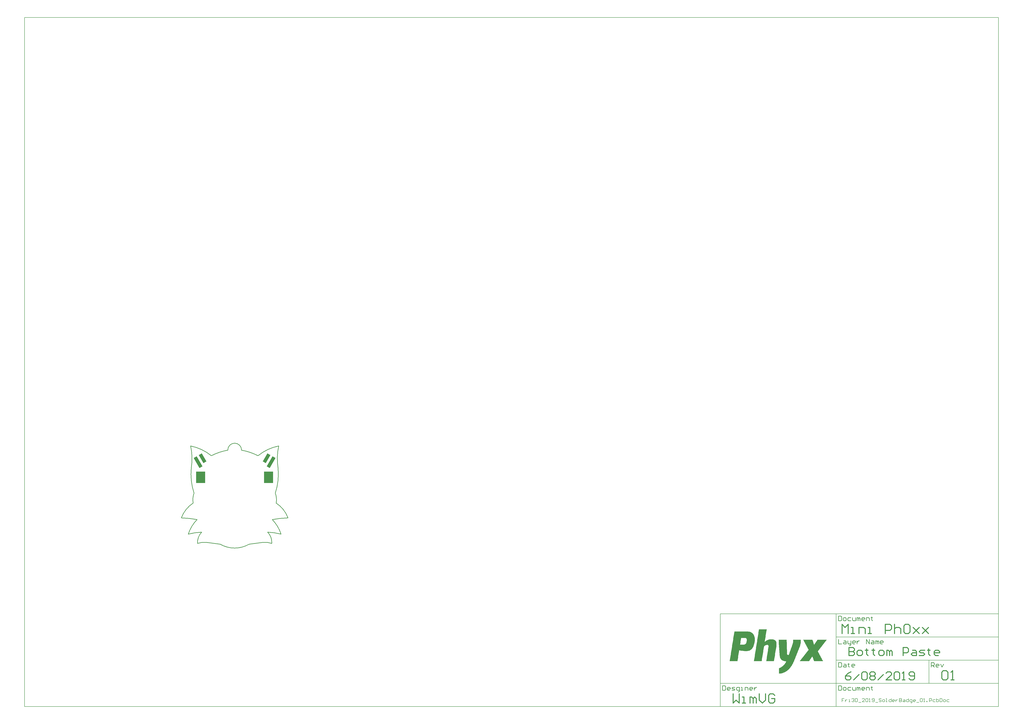
<source format=gbp>
G04*
G04 #@! TF.GenerationSoftware,Altium Limited,Altium Designer,18.1.11 (251)*
G04*
G04 Layer_Color=128*
%FSLAX25Y25*%
%MOIN*%
G70*
G01*
G75*
%ADD10C,0.00787*%
%ADD15C,0.00984*%
%ADD16C,0.01575*%
G04:AMPARAMS|DCode=31|XSize=59.06mil|YSize=157.48mil|CornerRadius=0mil|HoleSize=0mil|Usage=FLASHONLY|Rotation=30.000|XOffset=0mil|YOffset=0mil|HoleType=Round|Shape=Rectangle|*
%AMROTATEDRECTD31*
4,1,4,0.01380,-0.08296,-0.06494,0.05343,-0.01380,0.08296,0.06494,-0.05343,0.01380,-0.08296,0.0*
%
%ADD31ROTATEDRECTD31*%

G04:AMPARAMS|DCode=32|XSize=59.06mil|YSize=196.85mil|CornerRadius=0mil|HoleSize=0mil|Usage=FLASHONLY|Rotation=30.000|XOffset=0mil|YOffset=0mil|HoleType=Round|Shape=Rectangle|*
%AMROTATEDRECTD32*
4,1,4,0.02364,-0.10000,-0.07478,0.07048,-0.02364,0.10000,0.07478,-0.07048,0.02364,-0.10000,0.0*
%
%ADD32ROTATEDRECTD32*%

G04:AMPARAMS|DCode=33|XSize=59.06mil|YSize=196.85mil|CornerRadius=0mil|HoleSize=0mil|Usage=FLASHONLY|Rotation=150.000|XOffset=0mil|YOffset=0mil|HoleType=Round|Shape=Rectangle|*
%AMROTATEDRECTD33*
4,1,4,0.07478,0.07048,-0.02364,-0.10000,-0.07478,-0.07048,0.02364,0.10000,0.07478,0.07048,0.0*
%
%ADD33ROTATEDRECTD33*%

G04:AMPARAMS|DCode=34|XSize=59.06mil|YSize=157.48mil|CornerRadius=0mil|HoleSize=0mil|Usage=FLASHONLY|Rotation=150.000|XOffset=0mil|YOffset=0mil|HoleType=Round|Shape=Rectangle|*
%AMROTATEDRECTD34*
4,1,4,0.06494,0.05343,-0.01380,-0.08296,-0.06494,-0.05343,0.01380,0.08296,0.06494,0.05343,0.0*
%
%ADD34ROTATEDRECTD34*%

%ADD35R,0.15748X0.19685*%
G36*
X872201Y-141778D02*
X873919D01*
Y-142065D01*
X874778D01*
Y-142351D01*
X875637D01*
Y-142637D01*
X876496D01*
Y-142924D01*
X877069D01*
Y-143210D01*
X877355D01*
Y-143496D01*
X877928D01*
Y-143783D01*
X878214D01*
Y-144069D01*
X878786D01*
Y-144355D01*
X879073D01*
Y-144641D01*
X879359D01*
Y-144928D01*
X879646D01*
Y-145214D01*
X879932D01*
Y-145501D01*
X880218D01*
Y-145787D01*
X880504D01*
Y-146073D01*
Y-146359D01*
X880791D01*
Y-146646D01*
X881077D01*
Y-146932D01*
Y-147218D01*
X881363D01*
Y-147505D01*
X881650D01*
Y-147791D01*
Y-148077D01*
X881936D01*
Y-148364D01*
Y-148650D01*
Y-148936D01*
X882222D01*
Y-149223D01*
Y-149509D01*
Y-149795D01*
X882509D01*
Y-150082D01*
Y-150368D01*
Y-150654D01*
Y-150940D01*
X882795D01*
Y-151227D01*
Y-151513D01*
Y-151799D01*
Y-152086D01*
Y-152372D01*
X883081D01*
Y-152658D01*
Y-152945D01*
Y-153231D01*
Y-153517D01*
Y-153804D01*
Y-154090D01*
Y-154376D01*
Y-154663D01*
Y-154949D01*
Y-155235D01*
Y-155521D01*
Y-155808D01*
Y-156094D01*
Y-156380D01*
Y-156667D01*
Y-156953D01*
Y-157239D01*
Y-157526D01*
Y-157812D01*
Y-158098D01*
X882795D01*
Y-158385D01*
Y-158671D01*
Y-158957D01*
Y-159244D01*
Y-159530D01*
Y-159816D01*
Y-160102D01*
X882509D01*
Y-160389D01*
Y-160675D01*
Y-160961D01*
Y-161248D01*
Y-161534D01*
X882222D01*
Y-161820D01*
Y-162107D01*
Y-162393D01*
Y-162679D01*
Y-162966D01*
X881936D01*
Y-163252D01*
Y-163538D01*
Y-163824D01*
X881650D01*
Y-164111D01*
Y-164397D01*
Y-164683D01*
Y-164970D01*
X881363D01*
Y-165256D01*
Y-165542D01*
Y-165829D01*
X881077D01*
Y-166115D01*
Y-166401D01*
X880791D01*
Y-166688D01*
Y-166974D01*
Y-167260D01*
X880504D01*
Y-167547D01*
Y-167833D01*
X880218D01*
Y-168119D01*
Y-168405D01*
X879932D01*
Y-168692D01*
Y-168978D01*
X879646D01*
Y-169264D01*
X879359D01*
Y-169551D01*
Y-169837D01*
X879073D01*
Y-170123D01*
X878786D01*
Y-170410D01*
X878500D01*
Y-170696D01*
Y-170982D01*
X878214D01*
Y-171269D01*
X877928D01*
Y-171555D01*
X877641D01*
Y-171841D01*
X877355D01*
Y-172127D01*
X877069D01*
Y-172414D01*
X876496D01*
Y-172700D01*
X876210D01*
Y-172986D01*
X875637D01*
Y-173273D01*
X875351D01*
Y-173559D01*
X874778D01*
Y-173845D01*
X873919D01*
Y-174132D01*
X873060D01*
Y-174418D01*
X872201D01*
Y-174704D01*
X870483D01*
Y-174991D01*
X865330D01*
Y-174704D01*
X862753D01*
Y-174418D01*
X860749D01*
Y-174132D01*
X859317D01*
Y-173845D01*
X857886D01*
Y-173559D01*
X856454D01*
Y-173845D01*
Y-174132D01*
Y-174418D01*
Y-174704D01*
Y-174991D01*
Y-175277D01*
Y-175563D01*
X856168D01*
Y-175850D01*
Y-176136D01*
Y-176422D01*
Y-176709D01*
Y-176995D01*
Y-177281D01*
X855882D01*
Y-177568D01*
Y-177854D01*
Y-178140D01*
Y-178426D01*
Y-178713D01*
Y-178999D01*
X855595D01*
Y-179285D01*
Y-179572D01*
Y-179858D01*
Y-180144D01*
Y-180431D01*
Y-180717D01*
Y-181003D01*
X855309D01*
Y-181290D01*
Y-181576D01*
Y-181862D01*
Y-182149D01*
Y-182435D01*
Y-182721D01*
X855023D01*
Y-183007D01*
Y-183294D01*
Y-183580D01*
Y-183866D01*
Y-184153D01*
Y-184439D01*
X854736D01*
Y-184725D01*
Y-185012D01*
Y-185298D01*
Y-185584D01*
Y-185871D01*
Y-186157D01*
Y-186443D01*
X854450D01*
Y-186730D01*
Y-187016D01*
Y-187302D01*
Y-187588D01*
Y-187875D01*
Y-188161D01*
X854164D01*
Y-188447D01*
Y-188734D01*
Y-189020D01*
Y-189306D01*
Y-189593D01*
Y-189879D01*
X853877D01*
Y-190165D01*
Y-190452D01*
Y-190738D01*
Y-191024D01*
Y-191311D01*
Y-191597D01*
Y-191883D01*
X840421D01*
Y-191597D01*
X840707D01*
Y-191311D01*
Y-191024D01*
Y-190738D01*
Y-190452D01*
Y-190165D01*
X840993D01*
Y-189879D01*
Y-189593D01*
Y-189306D01*
Y-189020D01*
Y-188734D01*
Y-188447D01*
Y-188161D01*
X841280D01*
Y-187875D01*
Y-187588D01*
Y-187302D01*
Y-187016D01*
Y-186730D01*
Y-186443D01*
X841566D01*
Y-186157D01*
Y-185871D01*
Y-185584D01*
Y-185298D01*
Y-185012D01*
Y-184725D01*
X841852D01*
Y-184439D01*
Y-184153D01*
Y-183866D01*
Y-183580D01*
Y-183294D01*
Y-183007D01*
Y-182721D01*
X842138D01*
Y-182435D01*
Y-182149D01*
Y-181862D01*
Y-181576D01*
Y-181290D01*
Y-181003D01*
X842425D01*
Y-180717D01*
Y-180431D01*
Y-180144D01*
Y-179858D01*
Y-179572D01*
Y-179285D01*
X842711D01*
Y-178999D01*
Y-178713D01*
Y-178426D01*
Y-178140D01*
Y-177854D01*
Y-177568D01*
X842997D01*
Y-177281D01*
Y-176995D01*
Y-176709D01*
Y-176422D01*
Y-176136D01*
Y-175850D01*
Y-175563D01*
X843284D01*
Y-175277D01*
Y-174991D01*
Y-174704D01*
Y-174418D01*
Y-174132D01*
Y-173845D01*
X843570D01*
Y-173559D01*
Y-173273D01*
Y-172986D01*
Y-172700D01*
Y-172414D01*
Y-172127D01*
X843856D01*
Y-171841D01*
Y-171555D01*
Y-171269D01*
Y-170982D01*
Y-170696D01*
Y-170410D01*
X844143D01*
Y-170123D01*
Y-169837D01*
Y-169551D01*
Y-169264D01*
Y-168978D01*
Y-168692D01*
Y-168405D01*
X844429D01*
Y-168119D01*
Y-167833D01*
Y-167547D01*
Y-167260D01*
Y-166974D01*
Y-166688D01*
X844715D01*
Y-166401D01*
Y-166115D01*
Y-165829D01*
Y-165542D01*
Y-165256D01*
Y-164970D01*
X845002D01*
Y-164683D01*
Y-164397D01*
Y-164111D01*
Y-163824D01*
Y-163538D01*
Y-163252D01*
Y-162966D01*
X845288D01*
Y-162679D01*
Y-162393D01*
Y-162107D01*
Y-161820D01*
Y-161534D01*
Y-161248D01*
X845574D01*
Y-160961D01*
Y-160675D01*
Y-160389D01*
Y-160102D01*
Y-159816D01*
Y-159530D01*
X845861D01*
Y-159244D01*
Y-158957D01*
Y-158671D01*
Y-158385D01*
Y-158098D01*
Y-157812D01*
X846147D01*
Y-157526D01*
Y-157239D01*
Y-156953D01*
Y-156667D01*
Y-156380D01*
Y-156094D01*
Y-155808D01*
X846433D01*
Y-155521D01*
Y-155235D01*
Y-154949D01*
Y-154663D01*
Y-154376D01*
Y-154090D01*
X846719D01*
Y-153804D01*
Y-153517D01*
Y-153231D01*
Y-152945D01*
Y-152658D01*
Y-152372D01*
X847006D01*
Y-152086D01*
Y-151799D01*
Y-151513D01*
Y-151227D01*
Y-150940D01*
Y-150654D01*
Y-150368D01*
X847292D01*
Y-150082D01*
Y-149795D01*
Y-149509D01*
Y-149223D01*
Y-148936D01*
Y-148650D01*
X847578D01*
Y-148364D01*
Y-148077D01*
Y-147791D01*
Y-147505D01*
Y-147218D01*
Y-146932D01*
X847865D01*
Y-146646D01*
Y-146359D01*
Y-146073D01*
Y-145787D01*
Y-145501D01*
Y-145214D01*
Y-144928D01*
X848151D01*
Y-144641D01*
Y-144355D01*
Y-144069D01*
Y-143783D01*
Y-143496D01*
Y-143210D01*
X848437D01*
Y-142924D01*
Y-142637D01*
Y-142351D01*
Y-142065D01*
Y-141778D01*
Y-141492D01*
X872201D01*
Y-141778D01*
D02*
G37*
G36*
X903409Y-138343D02*
Y-138629D01*
X903123D01*
Y-138915D01*
Y-139202D01*
Y-139488D01*
Y-139774D01*
Y-140060D01*
Y-140347D01*
X902837D01*
Y-140633D01*
Y-140919D01*
Y-141206D01*
Y-141492D01*
Y-141778D01*
Y-142065D01*
X902551D01*
Y-142351D01*
Y-142637D01*
Y-142924D01*
Y-143210D01*
Y-143496D01*
Y-143783D01*
Y-144069D01*
X902264D01*
Y-144355D01*
Y-144641D01*
Y-144928D01*
Y-145214D01*
Y-145501D01*
Y-145787D01*
X901978D01*
Y-146073D01*
Y-146359D01*
Y-146646D01*
Y-146932D01*
Y-147218D01*
Y-147505D01*
X901692D01*
Y-147791D01*
Y-148077D01*
Y-148364D01*
Y-148650D01*
Y-148936D01*
Y-149223D01*
Y-149509D01*
X901405D01*
Y-149795D01*
Y-150082D01*
Y-150368D01*
Y-150654D01*
Y-150940D01*
Y-151227D01*
X901119D01*
Y-151513D01*
Y-151799D01*
Y-152086D01*
Y-152372D01*
Y-152658D01*
Y-152945D01*
X900833D01*
Y-153231D01*
Y-153517D01*
Y-153804D01*
Y-154090D01*
Y-154376D01*
Y-154663D01*
X900546D01*
Y-154949D01*
Y-155235D01*
Y-155521D01*
Y-155808D01*
Y-156094D01*
Y-156380D01*
Y-156667D01*
X900260D01*
Y-156953D01*
Y-157239D01*
Y-157526D01*
Y-157812D01*
Y-158098D01*
Y-158385D01*
X899974D01*
Y-158671D01*
Y-158957D01*
X900546D01*
Y-158671D01*
X900833D01*
Y-158385D01*
X901119D01*
Y-158098D01*
X901692D01*
Y-157812D01*
X901978D01*
Y-157526D01*
X902264D01*
Y-157239D01*
X902837D01*
Y-156953D01*
X903409D01*
Y-156667D01*
X903696D01*
Y-156380D01*
X904268D01*
Y-156094D01*
X905127D01*
Y-155808D01*
X905700D01*
Y-155521D01*
X906559D01*
Y-155235D01*
X907990D01*
Y-154949D01*
X914289D01*
Y-155235D01*
X915435D01*
Y-155521D01*
X916294D01*
Y-155808D01*
X916866D01*
Y-156094D01*
X917153D01*
Y-156380D01*
X917725D01*
Y-156667D01*
X918011D01*
Y-156953D01*
X918298D01*
Y-157239D01*
X918584D01*
Y-157526D01*
X918870D01*
Y-157812D01*
Y-158098D01*
X919157D01*
Y-158385D01*
Y-158671D01*
X919443D01*
Y-158957D01*
Y-159244D01*
Y-159530D01*
X919729D01*
Y-159816D01*
Y-160102D01*
Y-160389D01*
Y-160675D01*
X920016D01*
Y-160961D01*
Y-161248D01*
Y-161534D01*
Y-161820D01*
Y-162107D01*
Y-162393D01*
Y-162679D01*
Y-162966D01*
Y-163252D01*
Y-163538D01*
Y-163824D01*
Y-164111D01*
Y-164397D01*
Y-164683D01*
Y-164970D01*
Y-165256D01*
Y-165542D01*
Y-165829D01*
X919729D01*
Y-166115D01*
Y-166401D01*
Y-166688D01*
Y-166974D01*
Y-167260D01*
Y-167547D01*
Y-167833D01*
X919443D01*
Y-168119D01*
Y-168405D01*
Y-168692D01*
Y-168978D01*
Y-169264D01*
Y-169551D01*
Y-169837D01*
X919157D01*
Y-170123D01*
Y-170410D01*
Y-170696D01*
Y-170982D01*
Y-171269D01*
Y-171555D01*
X918870D01*
Y-171841D01*
Y-172127D01*
Y-172414D01*
Y-172700D01*
Y-172986D01*
Y-173273D01*
X918584D01*
Y-173559D01*
Y-173845D01*
Y-174132D01*
Y-174418D01*
Y-174704D01*
Y-174991D01*
X918298D01*
Y-175277D01*
Y-175563D01*
Y-175850D01*
Y-176136D01*
Y-176422D01*
Y-176709D01*
Y-176995D01*
X918011D01*
Y-177281D01*
Y-177568D01*
Y-177854D01*
Y-178140D01*
Y-178426D01*
Y-178713D01*
X917725D01*
Y-178999D01*
Y-179285D01*
Y-179572D01*
Y-179858D01*
Y-180144D01*
Y-180431D01*
X917439D01*
Y-180717D01*
Y-181003D01*
Y-181290D01*
Y-181576D01*
Y-181862D01*
Y-182149D01*
Y-182435D01*
X917153D01*
Y-182721D01*
Y-183007D01*
Y-183294D01*
Y-183580D01*
Y-183866D01*
Y-184153D01*
X916866D01*
Y-184439D01*
Y-184725D01*
Y-185012D01*
Y-185298D01*
Y-185584D01*
Y-185871D01*
X916580D01*
Y-186157D01*
Y-186443D01*
Y-186730D01*
Y-187016D01*
Y-187302D01*
Y-187588D01*
X916294D01*
Y-187875D01*
Y-188161D01*
Y-188447D01*
Y-188734D01*
Y-189020D01*
Y-189306D01*
Y-189593D01*
X916007D01*
Y-189879D01*
Y-190165D01*
Y-190452D01*
Y-190738D01*
Y-191024D01*
Y-191311D01*
X915721D01*
Y-191597D01*
Y-191883D01*
X902551D01*
Y-191597D01*
Y-191311D01*
X902837D01*
Y-191024D01*
Y-190738D01*
Y-190452D01*
Y-190165D01*
Y-189879D01*
Y-189593D01*
X903123D01*
Y-189306D01*
Y-189020D01*
Y-188734D01*
Y-188447D01*
Y-188161D01*
Y-187875D01*
Y-187588D01*
X903409D01*
Y-187302D01*
Y-187016D01*
Y-186730D01*
Y-186443D01*
Y-186157D01*
Y-185871D01*
X903696D01*
Y-185584D01*
Y-185298D01*
Y-185012D01*
Y-184725D01*
Y-184439D01*
Y-184153D01*
X903982D01*
Y-183866D01*
Y-183580D01*
Y-183294D01*
Y-183007D01*
Y-182721D01*
Y-182435D01*
Y-182149D01*
X904268D01*
Y-181862D01*
Y-181576D01*
Y-181290D01*
Y-181003D01*
Y-180717D01*
Y-180431D01*
X904555D01*
Y-180144D01*
Y-179858D01*
Y-179572D01*
Y-179285D01*
Y-178999D01*
Y-178713D01*
Y-178426D01*
X904841D01*
Y-178140D01*
Y-177854D01*
Y-177568D01*
Y-177281D01*
Y-176995D01*
Y-176709D01*
X905127D01*
Y-176422D01*
Y-176136D01*
Y-175850D01*
Y-175563D01*
Y-175277D01*
Y-174991D01*
X905414D01*
Y-174704D01*
Y-174418D01*
Y-174132D01*
Y-173845D01*
Y-173559D01*
Y-173273D01*
X905700D01*
Y-172986D01*
Y-172700D01*
Y-172414D01*
Y-172127D01*
Y-171841D01*
Y-171555D01*
Y-171269D01*
X905986D01*
Y-170982D01*
Y-170696D01*
Y-170410D01*
Y-170123D01*
Y-169837D01*
Y-169551D01*
X906273D01*
Y-169264D01*
Y-168978D01*
Y-168692D01*
Y-168405D01*
Y-168119D01*
Y-167833D01*
Y-167547D01*
X906559D01*
Y-167260D01*
Y-166974D01*
Y-166688D01*
Y-166401D01*
Y-166115D01*
Y-165829D01*
X906273D01*
Y-165542D01*
Y-165256D01*
X905986D01*
Y-164970D01*
X905700D01*
Y-164683D01*
X905127D01*
Y-164397D01*
X903409D01*
Y-164683D01*
X901978D01*
Y-164970D01*
X901119D01*
Y-165256D01*
X900546D01*
Y-165542D01*
X900260D01*
Y-165829D01*
X899687D01*
Y-166115D01*
X899401D01*
Y-166401D01*
X899115D01*
Y-166688D01*
Y-166974D01*
X898828D01*
Y-167260D01*
Y-167547D01*
Y-167833D01*
X898542D01*
Y-168119D01*
Y-168405D01*
Y-168692D01*
Y-168978D01*
Y-169264D01*
Y-169551D01*
X898256D01*
Y-169837D01*
Y-170123D01*
Y-170410D01*
Y-170696D01*
Y-170982D01*
Y-171269D01*
Y-171555D01*
X897970D01*
Y-171841D01*
Y-172127D01*
Y-172414D01*
Y-172700D01*
Y-172986D01*
Y-173273D01*
X897683D01*
Y-173559D01*
Y-173845D01*
Y-174132D01*
Y-174418D01*
Y-174704D01*
Y-174991D01*
X897397D01*
Y-175277D01*
Y-175563D01*
Y-175850D01*
Y-176136D01*
Y-176422D01*
Y-176709D01*
X897111D01*
Y-176995D01*
Y-177281D01*
Y-177568D01*
Y-177854D01*
Y-178140D01*
Y-178426D01*
Y-178713D01*
X896824D01*
Y-178999D01*
Y-179285D01*
Y-179572D01*
Y-179858D01*
Y-180144D01*
Y-180431D01*
X896538D01*
Y-180717D01*
Y-181003D01*
Y-181290D01*
Y-181576D01*
Y-181862D01*
Y-182149D01*
X896252D01*
Y-182435D01*
Y-182721D01*
Y-183007D01*
Y-183294D01*
Y-183580D01*
Y-183866D01*
Y-184153D01*
X895965D01*
Y-184439D01*
Y-184725D01*
Y-185012D01*
Y-185298D01*
Y-185584D01*
Y-185871D01*
X895679D01*
Y-186157D01*
Y-186443D01*
Y-186730D01*
Y-187016D01*
Y-187302D01*
Y-187588D01*
X895393D01*
Y-187875D01*
Y-188161D01*
Y-188447D01*
Y-188734D01*
Y-189020D01*
Y-189306D01*
X895106D01*
Y-189593D01*
Y-189879D01*
Y-190165D01*
Y-190452D01*
Y-190738D01*
Y-191024D01*
Y-191311D01*
X894820D01*
Y-191597D01*
Y-191883D01*
X881650D01*
Y-191597D01*
Y-191311D01*
X881936D01*
Y-191024D01*
Y-190738D01*
Y-190452D01*
Y-190165D01*
Y-189879D01*
Y-189593D01*
Y-189306D01*
X882222D01*
Y-189020D01*
Y-188734D01*
Y-188447D01*
Y-188161D01*
Y-187875D01*
Y-187588D01*
X882509D01*
Y-187302D01*
Y-187016D01*
Y-186730D01*
Y-186443D01*
Y-186157D01*
Y-185871D01*
X882795D01*
Y-185584D01*
Y-185298D01*
Y-185012D01*
Y-184725D01*
Y-184439D01*
Y-184153D01*
Y-183866D01*
X883081D01*
Y-183580D01*
Y-183294D01*
Y-183007D01*
Y-182721D01*
Y-182435D01*
Y-182149D01*
X883368D01*
Y-181862D01*
Y-181576D01*
Y-181290D01*
Y-181003D01*
Y-180717D01*
Y-180431D01*
X883654D01*
Y-180144D01*
Y-179858D01*
Y-179572D01*
Y-179285D01*
Y-178999D01*
Y-178713D01*
X883940D01*
Y-178426D01*
Y-178140D01*
Y-177854D01*
Y-177568D01*
Y-177281D01*
Y-176995D01*
Y-176709D01*
X884227D01*
Y-176422D01*
Y-176136D01*
Y-175850D01*
Y-175563D01*
Y-175277D01*
Y-174991D01*
X884513D01*
Y-174704D01*
Y-174418D01*
Y-174132D01*
Y-173845D01*
Y-173559D01*
Y-173273D01*
X884799D01*
Y-172986D01*
Y-172700D01*
Y-172414D01*
Y-172127D01*
Y-171841D01*
Y-171555D01*
Y-171269D01*
X885085D01*
Y-170982D01*
Y-170696D01*
Y-170410D01*
Y-170123D01*
Y-169837D01*
Y-169551D01*
X885372D01*
Y-169264D01*
Y-168978D01*
Y-168692D01*
Y-168405D01*
Y-168119D01*
Y-167833D01*
X885658D01*
Y-167547D01*
Y-167260D01*
Y-166974D01*
Y-166688D01*
Y-166401D01*
Y-166115D01*
X885944D01*
Y-165829D01*
Y-165542D01*
Y-165256D01*
Y-164970D01*
Y-164683D01*
Y-164397D01*
Y-164111D01*
X886231D01*
Y-163824D01*
Y-163538D01*
Y-163252D01*
Y-162966D01*
Y-162679D01*
Y-162393D01*
X886517D01*
Y-162107D01*
Y-161820D01*
Y-161534D01*
Y-161248D01*
Y-160961D01*
Y-160675D01*
X886803D01*
Y-160389D01*
Y-160102D01*
Y-159816D01*
Y-159530D01*
Y-159244D01*
Y-158957D01*
X887090D01*
Y-158671D01*
Y-158385D01*
Y-158098D01*
Y-157812D01*
Y-157526D01*
Y-157239D01*
Y-156953D01*
X887376D01*
Y-156667D01*
Y-156380D01*
Y-156094D01*
Y-155808D01*
Y-155521D01*
Y-155235D01*
X887662D01*
Y-154949D01*
Y-154663D01*
Y-154376D01*
Y-154090D01*
Y-153804D01*
Y-153517D01*
X887949D01*
Y-153231D01*
Y-152945D01*
Y-152658D01*
Y-152372D01*
Y-152086D01*
Y-151799D01*
Y-151513D01*
X888235D01*
Y-151227D01*
Y-150940D01*
Y-150654D01*
Y-150368D01*
Y-150082D01*
Y-149795D01*
X888521D01*
Y-149509D01*
Y-149223D01*
Y-148936D01*
Y-148650D01*
Y-148364D01*
Y-148077D01*
X888807D01*
Y-147791D01*
Y-147505D01*
Y-147218D01*
Y-146932D01*
Y-146646D01*
Y-146359D01*
X889094D01*
Y-146073D01*
Y-145787D01*
Y-145501D01*
Y-145214D01*
Y-144928D01*
Y-144641D01*
Y-144355D01*
X889380D01*
Y-144069D01*
Y-143783D01*
Y-143496D01*
Y-143210D01*
Y-142924D01*
Y-142637D01*
X889666D01*
Y-142351D01*
Y-142065D01*
Y-141778D01*
Y-141492D01*
Y-141206D01*
Y-140919D01*
X889953D01*
Y-140633D01*
Y-140347D01*
Y-140060D01*
Y-139774D01*
Y-139488D01*
Y-139202D01*
Y-138915D01*
X890239D01*
Y-138629D01*
Y-138343D01*
Y-138056D01*
X903409D01*
Y-138343D01*
D02*
G37*
G36*
X1005337Y-155808D02*
X1005050D01*
Y-156094D01*
X1004764D01*
Y-156380D01*
Y-156667D01*
X1004478D01*
Y-156953D01*
X1004192D01*
Y-157239D01*
X1003905D01*
Y-157526D01*
Y-157812D01*
X1003619D01*
Y-158098D01*
X1003333D01*
Y-158385D01*
X1003046D01*
Y-158671D01*
X1002760D01*
Y-158957D01*
Y-159244D01*
X1002474D01*
Y-159530D01*
X1002187D01*
Y-159816D01*
X1001901D01*
Y-160102D01*
Y-160389D01*
X1001615D01*
Y-160675D01*
X1001328D01*
Y-160961D01*
X1001042D01*
Y-161248D01*
X1000756D01*
Y-161534D01*
Y-161820D01*
X1000469D01*
Y-162107D01*
X1000183D01*
Y-162393D01*
X999897D01*
Y-162679D01*
Y-162966D01*
X999611D01*
Y-163252D01*
X999324D01*
Y-163538D01*
X999038D01*
Y-163824D01*
Y-164111D01*
X998752D01*
Y-164397D01*
X998465D01*
Y-164683D01*
X998179D01*
Y-164970D01*
X997893D01*
Y-165256D01*
Y-165542D01*
X997606D01*
Y-165829D01*
X997320D01*
Y-166115D01*
X997034D01*
Y-166401D01*
Y-166688D01*
X996747D01*
Y-166974D01*
X996461D01*
Y-167260D01*
X996175D01*
Y-167547D01*
Y-167833D01*
X995889D01*
Y-168119D01*
X995602D01*
Y-168405D01*
X995316D01*
Y-168692D01*
X995030D01*
Y-168978D01*
Y-169264D01*
X994743D01*
Y-169551D01*
X994457D01*
Y-169837D01*
X994171D01*
Y-170123D01*
Y-170410D01*
X993884D01*
Y-170696D01*
X993598D01*
Y-170982D01*
X993312D01*
Y-171269D01*
Y-171555D01*
X993025D01*
Y-171841D01*
X992739D01*
Y-172127D01*
X992453D01*
Y-172414D01*
X992166D01*
Y-172700D01*
Y-172986D01*
X991880D01*
Y-173273D01*
X991594D01*
Y-173559D01*
X991308D01*
Y-173845D01*
Y-174132D01*
X991021D01*
Y-174418D01*
X990735D01*
Y-174704D01*
X990449D01*
Y-174991D01*
X990162D01*
Y-175277D01*
Y-175563D01*
X990449D01*
Y-175850D01*
Y-176136D01*
X990735D01*
Y-176422D01*
Y-176709D01*
X991021D01*
Y-176995D01*
X991308D01*
Y-177281D01*
Y-177568D01*
X991594D01*
Y-177854D01*
Y-178140D01*
X991880D01*
Y-178426D01*
Y-178713D01*
X992166D01*
Y-178999D01*
Y-179285D01*
X992453D01*
Y-179572D01*
Y-179858D01*
X992739D01*
Y-180144D01*
Y-180431D01*
X993025D01*
Y-180717D01*
Y-181003D01*
X993312D01*
Y-181290D01*
Y-181576D01*
X993598D01*
Y-181862D01*
X993884D01*
Y-182149D01*
Y-182435D01*
X994171D01*
Y-182721D01*
Y-183007D01*
X994457D01*
Y-183294D01*
Y-183580D01*
X994743D01*
Y-183866D01*
Y-184153D01*
X995030D01*
Y-184439D01*
Y-184725D01*
X995316D01*
Y-185012D01*
Y-185298D01*
X995602D01*
Y-185584D01*
Y-185871D01*
X995889D01*
Y-186157D01*
X996175D01*
Y-186443D01*
Y-186730D01*
X996461D01*
Y-187016D01*
Y-187302D01*
X996747D01*
Y-187588D01*
Y-187875D01*
X997034D01*
Y-188161D01*
Y-188447D01*
X997320D01*
Y-188734D01*
Y-189020D01*
X997606D01*
Y-189306D01*
Y-189593D01*
X997893D01*
Y-189879D01*
Y-190165D01*
X998179D01*
Y-190452D01*
X998465D01*
Y-190738D01*
Y-191024D01*
X998752D01*
Y-191311D01*
Y-191597D01*
X999038D01*
Y-191883D01*
X983863D01*
Y-191597D01*
X983577D01*
Y-191311D01*
Y-191024D01*
Y-190738D01*
X983291D01*
Y-190452D01*
Y-190165D01*
Y-189879D01*
X983004D01*
Y-189593D01*
Y-189306D01*
X982718D01*
Y-189020D01*
Y-188734D01*
Y-188447D01*
X982432D01*
Y-188161D01*
Y-187875D01*
Y-187588D01*
X982146D01*
Y-187302D01*
Y-187016D01*
X981859D01*
Y-186730D01*
Y-186443D01*
Y-186157D01*
X981573D01*
Y-185871D01*
Y-185584D01*
Y-185298D01*
X981287D01*
Y-185012D01*
Y-184725D01*
Y-184439D01*
X981000D01*
Y-184153D01*
X980428D01*
Y-184439D01*
Y-184725D01*
X980141D01*
Y-185012D01*
X979855D01*
Y-185298D01*
Y-185584D01*
X979569D01*
Y-185871D01*
X979282D01*
Y-186157D01*
Y-186443D01*
X978996D01*
Y-186730D01*
X978710D01*
Y-187016D01*
Y-187302D01*
X978423D01*
Y-187588D01*
X978137D01*
Y-187875D01*
X977851D01*
Y-188161D01*
Y-188447D01*
X977565D01*
Y-188734D01*
X977278D01*
Y-189020D01*
Y-189306D01*
X976992D01*
Y-189593D01*
X976705D01*
Y-189879D01*
Y-190165D01*
X976419D01*
Y-190452D01*
X976133D01*
Y-190738D01*
Y-191024D01*
X975847D01*
Y-191311D01*
X975560D01*
Y-191597D01*
Y-191883D01*
X959527D01*
Y-191597D01*
X959813D01*
Y-191311D01*
X960099D01*
Y-191024D01*
X960386D01*
Y-190738D01*
X960672D01*
Y-190452D01*
Y-190165D01*
X960958D01*
Y-189879D01*
X961245D01*
Y-189593D01*
X961531D01*
Y-189306D01*
X961817D01*
Y-189020D01*
Y-188734D01*
X962104D01*
Y-188447D01*
X962390D01*
Y-188161D01*
X962676D01*
Y-187875D01*
Y-187588D01*
X962963D01*
Y-187302D01*
X963249D01*
Y-187016D01*
X963535D01*
Y-186730D01*
X963822D01*
Y-186443D01*
Y-186157D01*
X964108D01*
Y-185871D01*
X964394D01*
Y-185584D01*
X964680D01*
Y-185298D01*
X964967D01*
Y-185012D01*
Y-184725D01*
X965253D01*
Y-184439D01*
X965539D01*
Y-184153D01*
X965826D01*
Y-183866D01*
Y-183580D01*
X966112D01*
Y-183294D01*
X966398D01*
Y-183007D01*
X966685D01*
Y-182721D01*
X966971D01*
Y-182435D01*
Y-182149D01*
X967257D01*
Y-181862D01*
X967544D01*
Y-181576D01*
X967830D01*
Y-181290D01*
Y-181003D01*
X968116D01*
Y-180717D01*
X968402D01*
Y-180431D01*
X968689D01*
Y-180144D01*
X968975D01*
Y-179858D01*
Y-179572D01*
X969261D01*
Y-179285D01*
X969548D01*
Y-178999D01*
X969834D01*
Y-178713D01*
Y-178426D01*
X970120D01*
Y-178140D01*
X970407D01*
Y-177854D01*
X970693D01*
Y-177568D01*
X970979D01*
Y-177281D01*
Y-176995D01*
X971266D01*
Y-176709D01*
X971552D01*
Y-176422D01*
X971838D01*
Y-176136D01*
X972124D01*
Y-175850D01*
Y-175563D01*
X972411D01*
Y-175277D01*
X972697D01*
Y-174991D01*
X972983D01*
Y-174704D01*
Y-174418D01*
X973270D01*
Y-174132D01*
X973556D01*
Y-173845D01*
X973842D01*
Y-173559D01*
X974129D01*
Y-173273D01*
Y-172986D01*
X974415D01*
Y-172700D01*
Y-172414D01*
Y-172127D01*
X974129D01*
Y-171841D01*
X973842D01*
Y-171555D01*
Y-171269D01*
X973556D01*
Y-170982D01*
Y-170696D01*
X973270D01*
Y-170410D01*
Y-170123D01*
X972983D01*
Y-169837D01*
Y-169551D01*
X972697D01*
Y-169264D01*
Y-168978D01*
X972411D01*
Y-168692D01*
Y-168405D01*
X972124D01*
Y-168119D01*
X971838D01*
Y-167833D01*
Y-167547D01*
X971552D01*
Y-167260D01*
Y-166974D01*
X971266D01*
Y-166688D01*
Y-166401D01*
X970979D01*
Y-166115D01*
Y-165829D01*
X970693D01*
Y-165542D01*
Y-165256D01*
X970407D01*
Y-164970D01*
Y-164683D01*
X970120D01*
Y-164397D01*
X969834D01*
Y-164111D01*
Y-163824D01*
X969548D01*
Y-163538D01*
Y-163252D01*
X969261D01*
Y-162966D01*
Y-162679D01*
X968975D01*
Y-162393D01*
Y-162107D01*
X968689D01*
Y-161820D01*
Y-161534D01*
X968402D01*
Y-161248D01*
Y-160961D01*
X968116D01*
Y-160675D01*
Y-160389D01*
X967830D01*
Y-160102D01*
X967544D01*
Y-159816D01*
Y-159530D01*
X967257D01*
Y-159244D01*
Y-158957D01*
X966971D01*
Y-158671D01*
Y-158385D01*
X966685D01*
Y-158098D01*
Y-157812D01*
X966398D01*
Y-157526D01*
Y-157239D01*
X966112D01*
Y-156953D01*
Y-156667D01*
X965826D01*
Y-156380D01*
X965539D01*
Y-156094D01*
Y-155808D01*
X965253D01*
Y-155521D01*
X981000D01*
Y-155808D01*
X981287D01*
Y-156094D01*
Y-156380D01*
Y-156667D01*
X981573D01*
Y-156953D01*
Y-157239D01*
Y-157526D01*
X981859D01*
Y-157812D01*
Y-158098D01*
Y-158385D01*
X982146D01*
Y-158671D01*
Y-158957D01*
Y-159244D01*
X982432D01*
Y-159530D01*
Y-159816D01*
Y-160102D01*
X982718D01*
Y-160389D01*
Y-160675D01*
Y-160961D01*
X983004D01*
Y-161248D01*
Y-161534D01*
Y-161820D01*
X983291D01*
Y-162107D01*
Y-162393D01*
Y-162679D01*
X983577D01*
Y-162966D01*
Y-163252D01*
Y-163538D01*
Y-163824D01*
X984150D01*
Y-163538D01*
X984436D01*
Y-163252D01*
X984722D01*
Y-162966D01*
Y-162679D01*
X985009D01*
Y-162393D01*
X985295D01*
Y-162107D01*
Y-161820D01*
X985581D01*
Y-161534D01*
X985868D01*
Y-161248D01*
Y-160961D01*
X986154D01*
Y-160675D01*
X986440D01*
Y-160389D01*
Y-160102D01*
X986726D01*
Y-159816D01*
X987013D01*
Y-159530D01*
Y-159244D01*
X987299D01*
Y-158957D01*
X987585D01*
Y-158671D01*
Y-158385D01*
X987872D01*
Y-158098D01*
X988158D01*
Y-157812D01*
Y-157526D01*
X988444D01*
Y-157239D01*
X988731D01*
Y-156953D01*
Y-156667D01*
X989017D01*
Y-156380D01*
X989303D01*
Y-156094D01*
Y-155808D01*
X989590D01*
Y-155521D01*
X1005337D01*
Y-155808D01*
D02*
G37*
G36*
X961245D02*
Y-156094D01*
Y-156380D01*
Y-156667D01*
Y-156953D01*
Y-157239D01*
Y-157526D01*
Y-157812D01*
Y-158098D01*
Y-158385D01*
Y-158671D01*
Y-158957D01*
Y-159244D01*
Y-159530D01*
Y-159816D01*
Y-160102D01*
Y-160389D01*
Y-160675D01*
Y-160961D01*
Y-161248D01*
Y-161534D01*
X960958D01*
Y-161820D01*
Y-162107D01*
Y-162393D01*
Y-162679D01*
Y-162966D01*
X960672D01*
Y-163252D01*
Y-163538D01*
Y-163824D01*
Y-164111D01*
X960386D01*
Y-164397D01*
Y-164683D01*
Y-164970D01*
Y-165256D01*
X960099D01*
Y-165542D01*
Y-165829D01*
Y-166115D01*
X959813D01*
Y-166401D01*
Y-166688D01*
Y-166974D01*
X959527D01*
Y-167260D01*
Y-167547D01*
Y-167833D01*
X959241D01*
Y-168119D01*
Y-168405D01*
Y-168692D01*
X958954D01*
Y-168978D01*
Y-169264D01*
X958668D01*
Y-169551D01*
Y-169837D01*
X958381D01*
Y-170123D01*
Y-170410D01*
Y-170696D01*
X958095D01*
Y-170982D01*
Y-171269D01*
X957809D01*
Y-171555D01*
Y-171841D01*
Y-172127D01*
X957523D01*
Y-172414D01*
Y-172700D01*
X957236D01*
Y-172986D01*
Y-173273D01*
Y-173559D01*
X956950D01*
Y-173845D01*
Y-174132D01*
X956664D01*
Y-174418D01*
Y-174704D01*
Y-174991D01*
X956377D01*
Y-175277D01*
Y-175563D01*
X956091D01*
Y-175850D01*
Y-176136D01*
Y-176422D01*
X955805D01*
Y-176709D01*
Y-176995D01*
X955518D01*
Y-177281D01*
Y-177568D01*
Y-177854D01*
X955232D01*
Y-178140D01*
Y-178426D01*
X954946D01*
Y-178713D01*
Y-178999D01*
Y-179285D01*
X954659D01*
Y-179572D01*
Y-179858D01*
X954373D01*
Y-180144D01*
Y-180431D01*
Y-180717D01*
X954087D01*
Y-181003D01*
Y-181290D01*
X953800D01*
Y-181576D01*
Y-181862D01*
Y-182149D01*
X953514D01*
Y-182435D01*
Y-182721D01*
X953228D01*
Y-183007D01*
Y-183294D01*
Y-183580D01*
X952942D01*
Y-183866D01*
Y-184153D01*
X952655D01*
Y-184439D01*
Y-184725D01*
Y-185012D01*
X952369D01*
Y-185298D01*
Y-185584D01*
X952083D01*
Y-185871D01*
Y-186157D01*
Y-186443D01*
X951796D01*
Y-186730D01*
Y-187016D01*
X951510D01*
Y-187302D01*
Y-187588D01*
Y-187875D01*
X951224D01*
Y-188161D01*
Y-188447D01*
X950937D01*
Y-188734D01*
Y-189020D01*
Y-189306D01*
X950651D01*
Y-189593D01*
Y-189879D01*
X950365D01*
Y-190165D01*
Y-190452D01*
Y-190738D01*
X950078D01*
Y-191024D01*
Y-191311D01*
X949792D01*
Y-191597D01*
Y-191883D01*
Y-192169D01*
X949506D01*
Y-192456D01*
Y-192742D01*
X949220D01*
Y-193028D01*
Y-193315D01*
X948933D01*
Y-193601D01*
Y-193887D01*
X948647D01*
Y-194174D01*
Y-194460D01*
Y-194746D01*
X948361D01*
Y-195033D01*
X948074D01*
Y-195319D01*
Y-195605D01*
Y-195891D01*
X947788D01*
Y-196178D01*
X947502D01*
Y-196464D01*
Y-196750D01*
X947215D01*
Y-197037D01*
Y-197323D01*
X946929D01*
Y-197609D01*
Y-197896D01*
X946643D01*
Y-198182D01*
Y-198468D01*
X946356D01*
Y-198755D01*
X946070D01*
Y-199041D01*
Y-199327D01*
X945784D01*
Y-199614D01*
Y-199900D01*
X945497D01*
Y-200186D01*
X945211D01*
Y-200472D01*
X944925D01*
Y-200759D01*
Y-201045D01*
X944639D01*
Y-201331D01*
X944352D01*
Y-201618D01*
Y-201904D01*
X944066D01*
Y-202190D01*
X943780D01*
Y-202477D01*
X943493D01*
Y-202763D01*
Y-203049D01*
X943207D01*
Y-203336D01*
X942921D01*
Y-203622D01*
X942634D01*
Y-203908D01*
X942348D01*
Y-204195D01*
X942062D01*
Y-204481D01*
Y-204767D01*
X941775D01*
Y-205053D01*
X941489D01*
Y-205340D01*
X941203D01*
Y-205626D01*
X940916D01*
Y-205912D01*
X940630D01*
Y-206199D01*
X940344D01*
Y-206485D01*
X940057D01*
Y-206771D01*
X939485D01*
Y-207058D01*
X939199D01*
Y-207344D01*
X938912D01*
Y-207630D01*
X938626D01*
Y-207917D01*
X938340D01*
Y-208203D01*
X937767D01*
Y-208489D01*
X937481D01*
Y-208776D01*
X936908D01*
Y-209062D01*
X936622D01*
Y-209348D01*
X936049D01*
Y-209634D01*
X935763D01*
Y-209921D01*
X935190D01*
Y-210207D01*
X934618D01*
Y-210493D01*
X934045D01*
Y-210780D01*
X933472D01*
Y-211066D01*
X932900D01*
Y-211352D01*
X932041D01*
Y-211639D01*
X931468D01*
Y-211925D01*
X930609D01*
Y-212211D01*
X929464D01*
Y-212498D01*
X928319D01*
Y-212784D01*
X926601D01*
Y-213070D01*
X924597D01*
Y-213357D01*
X924310D01*
Y-213070D01*
Y-212784D01*
Y-212498D01*
Y-212211D01*
Y-211925D01*
Y-211639D01*
Y-211352D01*
Y-211066D01*
Y-210780D01*
Y-210493D01*
Y-210207D01*
Y-209921D01*
Y-209634D01*
Y-209348D01*
Y-209062D01*
Y-208776D01*
Y-208489D01*
Y-208203D01*
Y-207917D01*
Y-207630D01*
Y-207344D01*
Y-207058D01*
Y-206771D01*
Y-206485D01*
Y-206199D01*
Y-205912D01*
Y-205626D01*
Y-205340D01*
Y-205053D01*
Y-204767D01*
Y-204481D01*
Y-204195D01*
Y-203908D01*
X924883D01*
Y-203622D01*
X925455D01*
Y-203336D01*
X926028D01*
Y-203049D01*
X926601D01*
Y-202763D01*
X927173D01*
Y-202477D01*
X927746D01*
Y-202190D01*
X928032D01*
Y-201904D01*
X928605D01*
Y-201618D01*
X928891D01*
Y-201331D01*
X929464D01*
Y-201045D01*
X929750D01*
Y-200759D01*
X930037D01*
Y-200472D01*
X930609D01*
Y-200186D01*
X930896D01*
Y-199900D01*
X931182D01*
Y-199614D01*
X931468D01*
Y-199327D01*
X931754D01*
Y-199041D01*
X932041D01*
Y-198755D01*
X932327D01*
Y-198468D01*
X932613D01*
Y-198182D01*
X932900D01*
Y-197896D01*
X933186D01*
Y-197609D01*
X933472D01*
Y-197323D01*
X933759D01*
Y-197037D01*
Y-196750D01*
X934045D01*
Y-196464D01*
X934331D01*
Y-196178D01*
X934618D01*
Y-195891D01*
Y-195605D01*
X934904D01*
Y-195319D01*
X935190D01*
Y-195033D01*
Y-194746D01*
X935476D01*
Y-194460D01*
Y-194174D01*
X935763D01*
Y-193887D01*
X936049D01*
Y-193601D01*
Y-193315D01*
X936335D01*
Y-193028D01*
Y-192742D01*
X936622D01*
Y-192456D01*
Y-192169D01*
X934904D01*
Y-191883D01*
X932900D01*
Y-191597D01*
X931754D01*
Y-191311D01*
X931182D01*
Y-191024D01*
X930323D01*
Y-190738D01*
X929750D01*
Y-190452D01*
X929464D01*
Y-190165D01*
X928891D01*
Y-189879D01*
X928605D01*
Y-189593D01*
X928319D01*
Y-189306D01*
X928032D01*
Y-189020D01*
X927746D01*
Y-188734D01*
X927460D01*
Y-188447D01*
Y-188161D01*
X927173D01*
Y-187875D01*
X926887D01*
Y-187588D01*
Y-187302D01*
X926601D01*
Y-187016D01*
Y-186730D01*
X926315D01*
Y-186443D01*
Y-186157D01*
X926028D01*
Y-185871D01*
Y-185584D01*
Y-185298D01*
X925742D01*
Y-185012D01*
Y-184725D01*
Y-184439D01*
Y-184153D01*
X925455D01*
Y-183866D01*
Y-183580D01*
Y-183294D01*
Y-183007D01*
Y-182721D01*
Y-182435D01*
Y-182149D01*
X925169D01*
Y-181862D01*
Y-181576D01*
Y-181290D01*
Y-181003D01*
Y-180717D01*
Y-180431D01*
Y-180144D01*
Y-179858D01*
Y-179572D01*
Y-179285D01*
Y-178999D01*
Y-178713D01*
Y-178426D01*
Y-178140D01*
Y-177854D01*
X924883D01*
Y-177568D01*
Y-177281D01*
Y-176995D01*
Y-176709D01*
Y-176422D01*
Y-176136D01*
Y-175850D01*
Y-175563D01*
Y-175277D01*
Y-174991D01*
Y-174704D01*
Y-174418D01*
Y-174132D01*
Y-173845D01*
Y-173559D01*
X924597D01*
Y-173273D01*
Y-172986D01*
Y-172700D01*
Y-172414D01*
Y-172127D01*
Y-171841D01*
Y-171555D01*
Y-171269D01*
Y-170982D01*
Y-170696D01*
Y-170410D01*
Y-170123D01*
Y-169837D01*
Y-169551D01*
Y-169264D01*
Y-168978D01*
X924310D01*
Y-168692D01*
Y-168405D01*
Y-168119D01*
Y-167833D01*
Y-167547D01*
Y-167260D01*
Y-166974D01*
Y-166688D01*
Y-166401D01*
Y-166115D01*
Y-165829D01*
Y-165542D01*
Y-165256D01*
Y-164970D01*
Y-164683D01*
Y-164397D01*
X924024D01*
Y-164111D01*
Y-163824D01*
Y-163538D01*
Y-163252D01*
Y-162966D01*
Y-162679D01*
Y-162393D01*
Y-162107D01*
Y-161820D01*
Y-161534D01*
Y-161248D01*
Y-160961D01*
Y-160675D01*
Y-160389D01*
X923738D01*
Y-160102D01*
Y-159816D01*
Y-159530D01*
Y-159244D01*
Y-158957D01*
Y-158671D01*
Y-158385D01*
Y-158098D01*
Y-157812D01*
Y-157526D01*
Y-157239D01*
Y-156953D01*
Y-156667D01*
Y-156380D01*
Y-156094D01*
Y-155808D01*
X923451D01*
Y-155521D01*
X937194D01*
Y-155808D01*
Y-156094D01*
Y-156380D01*
Y-156667D01*
Y-156953D01*
Y-157239D01*
Y-157526D01*
Y-157812D01*
Y-158098D01*
Y-158385D01*
Y-158671D01*
Y-158957D01*
Y-159244D01*
Y-159530D01*
X937481D01*
Y-159816D01*
Y-160102D01*
Y-160389D01*
Y-160675D01*
Y-160961D01*
Y-161248D01*
Y-161534D01*
Y-161820D01*
Y-162107D01*
Y-162393D01*
Y-162679D01*
Y-162966D01*
Y-163252D01*
Y-163538D01*
Y-163824D01*
Y-164111D01*
Y-164397D01*
Y-164683D01*
Y-164970D01*
Y-165256D01*
Y-165542D01*
Y-165829D01*
Y-166115D01*
Y-166401D01*
Y-166688D01*
Y-166974D01*
Y-167260D01*
Y-167547D01*
Y-167833D01*
Y-168119D01*
Y-168405D01*
Y-168692D01*
Y-168978D01*
Y-169264D01*
Y-169551D01*
Y-169837D01*
Y-170123D01*
Y-170410D01*
Y-170696D01*
Y-170982D01*
Y-171269D01*
X937767D01*
Y-171555D01*
X937481D01*
Y-171841D01*
Y-172127D01*
X937767D01*
Y-172414D01*
Y-172700D01*
Y-172986D01*
Y-173273D01*
Y-173559D01*
Y-173845D01*
Y-174132D01*
Y-174418D01*
Y-174704D01*
Y-174991D01*
Y-175277D01*
Y-175563D01*
Y-175850D01*
Y-176136D01*
Y-176422D01*
Y-176709D01*
Y-176995D01*
Y-177281D01*
Y-177568D01*
Y-177854D01*
Y-178140D01*
Y-178426D01*
Y-178713D01*
Y-178999D01*
Y-179285D01*
Y-179572D01*
X938053D01*
Y-179858D01*
Y-180144D01*
Y-180431D01*
X938340D01*
Y-180717D01*
X938626D01*
Y-181003D01*
X938912D01*
Y-181290D01*
X939771D01*
Y-181576D01*
X940630D01*
Y-181290D01*
X940916D01*
Y-181003D01*
Y-180717D01*
Y-180431D01*
X941203D01*
Y-180144D01*
Y-179858D01*
X941489D01*
Y-179572D01*
Y-179285D01*
Y-178999D01*
X941775D01*
Y-178713D01*
Y-178426D01*
Y-178140D01*
X942062D01*
Y-177854D01*
Y-177568D01*
Y-177281D01*
X942348D01*
Y-176995D01*
Y-176709D01*
Y-176422D01*
X942634D01*
Y-176136D01*
Y-175850D01*
X942921D01*
Y-175563D01*
Y-175277D01*
Y-174991D01*
X943207D01*
Y-174704D01*
Y-174418D01*
Y-174132D01*
X943493D01*
Y-173845D01*
Y-173559D01*
Y-173273D01*
X943780D01*
Y-172986D01*
Y-172700D01*
X944066D01*
Y-172414D01*
Y-172127D01*
Y-171841D01*
X944352D01*
Y-171555D01*
Y-171269D01*
Y-170982D01*
X944639D01*
Y-170696D01*
Y-170410D01*
Y-170123D01*
X944925D01*
Y-169837D01*
Y-169551D01*
X945211D01*
Y-169264D01*
Y-168978D01*
Y-168692D01*
X945497D01*
Y-168405D01*
Y-168119D01*
Y-167833D01*
X945784D01*
Y-167547D01*
Y-167260D01*
Y-166974D01*
X946070D01*
Y-166688D01*
Y-166401D01*
X946356D01*
Y-166115D01*
Y-165829D01*
Y-165542D01*
X946643D01*
Y-165256D01*
Y-164970D01*
Y-164683D01*
X946929D01*
Y-164397D01*
Y-164111D01*
Y-163824D01*
X947215D01*
Y-163538D01*
Y-163252D01*
Y-162966D01*
Y-162679D01*
X947502D01*
Y-162393D01*
Y-162107D01*
Y-161820D01*
Y-161534D01*
X947788D01*
Y-161248D01*
Y-160961D01*
Y-160675D01*
Y-160389D01*
Y-160102D01*
X948074D01*
Y-159816D01*
Y-159530D01*
Y-159244D01*
Y-158957D01*
Y-158671D01*
Y-158385D01*
X948361D01*
Y-158098D01*
Y-157812D01*
Y-157526D01*
Y-157239D01*
Y-156953D01*
Y-156667D01*
Y-156380D01*
Y-156094D01*
Y-155808D01*
Y-155521D01*
X961245D01*
Y-155808D01*
D02*
G37*
%LPC*%
G36*
X867907Y-152658D02*
X859890D01*
Y-152945D01*
Y-153231D01*
Y-153517D01*
Y-153804D01*
Y-154090D01*
X859604D01*
Y-154376D01*
Y-154663D01*
Y-154949D01*
Y-155235D01*
Y-155521D01*
Y-155808D01*
X859317D01*
Y-156094D01*
Y-156380D01*
Y-156667D01*
Y-156953D01*
Y-157239D01*
Y-157526D01*
X859031D01*
Y-157812D01*
Y-158098D01*
Y-158385D01*
Y-158671D01*
Y-158957D01*
Y-159244D01*
X858745D01*
Y-159530D01*
Y-159816D01*
Y-160102D01*
Y-160389D01*
Y-160675D01*
Y-160961D01*
Y-161248D01*
X858458D01*
Y-161534D01*
Y-161820D01*
Y-162107D01*
Y-162393D01*
Y-162679D01*
Y-162966D01*
X858172D01*
Y-163252D01*
Y-163538D01*
Y-163824D01*
X865330D01*
Y-163538D01*
X866475D01*
Y-163252D01*
X867048D01*
Y-162966D01*
X867334D01*
Y-162679D01*
X867620D01*
Y-162393D01*
X867907D01*
Y-162107D01*
X868193D01*
Y-161820D01*
Y-161534D01*
X868479D01*
Y-161248D01*
Y-160961D01*
X868766D01*
Y-160675D01*
Y-160389D01*
X869052D01*
Y-160102D01*
Y-159816D01*
Y-159530D01*
Y-159244D01*
X869338D01*
Y-158957D01*
Y-158671D01*
Y-158385D01*
Y-158098D01*
Y-157812D01*
X869625D01*
Y-157526D01*
Y-157239D01*
Y-156953D01*
Y-156667D01*
Y-156380D01*
Y-156094D01*
Y-155808D01*
Y-155521D01*
Y-155235D01*
Y-154949D01*
Y-154663D01*
X869338D01*
Y-154376D01*
Y-154090D01*
X869052D01*
Y-153804D01*
Y-153517D01*
X868766D01*
Y-153231D01*
X868479D01*
Y-152945D01*
X867907D01*
Y-152658D01*
D02*
G37*
%LPD*%
D10*
X1178748Y-229571D02*
Y-190201D01*
X1021267Y-150831D02*
X1296858D01*
X1021267Y-190201D02*
X1296858D01*
X824417Y-229571D02*
X1296858D01*
X824417Y-111461D02*
X1296858D01*
X824417Y-268941D02*
Y-111461D01*
X1021267Y-268941D02*
Y-111461D01*
X-356685Y900350D02*
X1296858D01*
Y-268941D02*
Y900350D01*
X-356685Y-268941D02*
Y900350D01*
Y-268941D02*
X1296858D01*
X1035046Y-255164D02*
X1031110D01*
Y-258115D01*
X1033078D01*
X1031110D01*
Y-261067D01*
X1037014Y-257131D02*
Y-261067D01*
Y-259099D01*
X1037998Y-258115D01*
X1038981Y-257131D01*
X1039965D01*
X1042917Y-261067D02*
X1044885D01*
X1043901D01*
Y-257131D01*
X1042917D01*
X1047837Y-256147D02*
X1048821Y-255164D01*
X1050789D01*
X1051772Y-256147D01*
Y-257131D01*
X1050789Y-258115D01*
X1049805D01*
X1050789D01*
X1051772Y-259099D01*
Y-260083D01*
X1050789Y-261067D01*
X1048821D01*
X1047837Y-260083D01*
X1053740Y-255164D02*
Y-261067D01*
X1056692D01*
X1057676Y-260083D01*
Y-256147D01*
X1056692Y-255164D01*
X1053740D01*
X1059644Y-262051D02*
X1063580D01*
X1069483Y-261067D02*
X1065548D01*
X1069483Y-257131D01*
Y-256147D01*
X1068499Y-255164D01*
X1066531D01*
X1065548Y-256147D01*
X1071451D02*
X1072435Y-255164D01*
X1074403D01*
X1075387Y-256147D01*
Y-260083D01*
X1074403Y-261067D01*
X1072435D01*
X1071451Y-260083D01*
Y-256147D01*
X1077355Y-261067D02*
X1079323D01*
X1078339D01*
Y-255164D01*
X1077355Y-256147D01*
X1082275Y-260083D02*
X1083258Y-261067D01*
X1085226D01*
X1086210Y-260083D01*
Y-256147D01*
X1085226Y-255164D01*
X1083258D01*
X1082275Y-256147D01*
Y-257131D01*
X1083258Y-258115D01*
X1086210D01*
X1088178Y-262051D02*
X1092114D01*
X1098017Y-256147D02*
X1097034Y-255164D01*
X1095066D01*
X1094082Y-256147D01*
Y-257131D01*
X1095066Y-258115D01*
X1097034D01*
X1098017Y-259099D01*
Y-260083D01*
X1097034Y-261067D01*
X1095066D01*
X1094082Y-260083D01*
X1100969Y-261067D02*
X1102937D01*
X1103921Y-260083D01*
Y-258115D01*
X1102937Y-257131D01*
X1100969D01*
X1099985Y-258115D01*
Y-260083D01*
X1100969Y-261067D01*
X1105889D02*
X1107857D01*
X1106873D01*
Y-255164D01*
X1105889D01*
X1114744D02*
Y-261067D01*
X1111792D01*
X1110808Y-260083D01*
Y-258115D01*
X1111792Y-257131D01*
X1114744D01*
X1119664Y-261067D02*
X1117696D01*
X1116712Y-260083D01*
Y-258115D01*
X1117696Y-257131D01*
X1119664D01*
X1120648Y-258115D01*
Y-259099D01*
X1116712D01*
X1122616Y-257131D02*
Y-261067D01*
Y-259099D01*
X1123600Y-258115D01*
X1124584Y-257131D01*
X1125568D01*
X1128519Y-255164D02*
Y-261067D01*
X1131471D01*
X1132455Y-260083D01*
Y-259099D01*
X1131471Y-258115D01*
X1128519D01*
X1131471D01*
X1132455Y-257131D01*
Y-256147D01*
X1131471Y-255164D01*
X1128519D01*
X1135407Y-257131D02*
X1137375D01*
X1138359Y-258115D01*
Y-261067D01*
X1135407D01*
X1134423Y-260083D01*
X1135407Y-259099D01*
X1138359D01*
X1144262Y-255164D02*
Y-261067D01*
X1141311D01*
X1140326Y-260083D01*
Y-258115D01*
X1141311Y-257131D01*
X1144262D01*
X1148198Y-263035D02*
X1149182D01*
X1150166Y-262051D01*
Y-257131D01*
X1147214D01*
X1146230Y-258115D01*
Y-260083D01*
X1147214Y-261067D01*
X1150166D01*
X1155085D02*
X1153118D01*
X1152134Y-260083D01*
Y-258115D01*
X1153118Y-257131D01*
X1155085D01*
X1156069Y-258115D01*
Y-259099D01*
X1152134D01*
X1158037Y-262051D02*
X1161973D01*
X1163941Y-256147D02*
X1164925Y-255164D01*
X1166893D01*
X1167877Y-256147D01*
Y-260083D01*
X1166893Y-261067D01*
X1164925D01*
X1163941Y-260083D01*
Y-256147D01*
X1169845Y-261067D02*
X1171812D01*
X1170829D01*
Y-255164D01*
X1169845Y-256147D01*
X1174764Y-261067D02*
Y-260083D01*
X1175748D01*
Y-261067D01*
X1174764D01*
X1179684D02*
Y-255164D01*
X1182636D01*
X1183620Y-256147D01*
Y-258115D01*
X1182636Y-259099D01*
X1179684D01*
X1189523Y-257131D02*
X1186571D01*
X1185588Y-258115D01*
Y-260083D01*
X1186571Y-261067D01*
X1189523D01*
X1191491Y-255164D02*
Y-261067D01*
X1194443D01*
X1195427Y-260083D01*
Y-259099D01*
Y-258115D01*
X1194443Y-257131D01*
X1191491D01*
X1197395Y-255164D02*
Y-261067D01*
X1200346D01*
X1201330Y-260083D01*
Y-256147D01*
X1200346Y-255164D01*
X1197395D01*
X1204282Y-261067D02*
X1206250D01*
X1207234Y-260083D01*
Y-258115D01*
X1206250Y-257131D01*
X1204282D01*
X1203298Y-258115D01*
Y-260083D01*
X1204282Y-261067D01*
X1213138Y-257131D02*
X1210186D01*
X1209202Y-258115D01*
Y-260083D01*
X1210186Y-261067D01*
X1213138D01*
D15*
X-161Y178022D02*
G03*
X-11719Y166089I253J-11808D01*
G01*
X-11726Y166089D02*
G03*
X-39627Y156685I16667J-95546D01*
G01*
X39655Y156679D02*
G03*
X11703Y166092I-44568J-86143D01*
G01*
X11746Y166092D02*
G03*
X189Y178016I-11811J116D01*
G01*
X-24512Y6543D02*
G03*
X24555Y6543I24533J42723D01*
G01*
X48173Y9652D02*
G03*
X24540Y6538I43865J-424098D01*
G01*
X62998Y7868D02*
G03*
X48188Y9657I-11477J-32805D01*
G01*
X62998Y7868D02*
G03*
X55999Y26983I-24495J1871D01*
G01*
X78747Y23617D02*
G03*
X55999Y26983I-26577J-101038D01*
G01*
X78747Y23617D02*
G03*
X63909Y48296I-59470J-18955D01*
G01*
X90558Y51175D02*
G03*
X63897Y48307I3682J-159583D01*
G01*
X90558Y51175D02*
G03*
X70501Y76336I-47910J-17616D01*
G01*
X70501D02*
G03*
X69011Y93228I-31925J5695D01*
G01*
X69011D02*
G03*
X73664Y135990I-97680J32264D01*
G01*
X74809Y173228D02*
G03*
X73664Y135990I97809J-21644D01*
G01*
X74809Y173228D02*
G03*
X39655Y156679I15198J-77899D01*
G01*
X-39627Y156685D02*
G03*
X-74782Y173234I-50353J-61350D01*
G01*
X-73636Y135996D02*
G03*
X-74782Y173234I-98954J15594D01*
G01*
X-73636Y135996D02*
G03*
X-68983Y93234I102333J-10498D01*
G01*
X-68983D02*
G03*
X-70473Y76342I30435J-11197D01*
G01*
X-70473D02*
G03*
X-90530Y51181I27853J-42777D01*
G01*
X-63869Y48313D02*
G03*
X-90530Y51181I-30343J-156715D01*
G01*
X-63881Y48302D02*
G03*
X-78719Y23622I44633J-43634D01*
G01*
X-55972Y26989D02*
G03*
X-78719Y23622I3830J-104405D01*
G01*
X-55972Y26989D02*
G03*
X-62970Y7874I17496J-17245D01*
G01*
X-48161Y9663D02*
G03*
X-62970Y7874I-3333J-34594D01*
G01*
X-24512Y6543D02*
G03*
X-48146Y9657I-67498J-420984D01*
G01*
X-161Y178022D02*
X189D01*
X1182685Y-202012D02*
Y-194141D01*
X1186621D01*
X1187932Y-195452D01*
Y-198076D01*
X1186621Y-199388D01*
X1182685D01*
X1185308D02*
X1187932Y-202012D01*
X1194492D02*
X1191868D01*
X1190556Y-200700D01*
Y-198076D01*
X1191868Y-196764D01*
X1194492D01*
X1195804Y-198076D01*
Y-199388D01*
X1190556D01*
X1198428Y-196764D02*
X1201052Y-202012D01*
X1203675Y-196764D01*
X828354Y-233511D02*
Y-241382D01*
X832290D01*
X833602Y-240070D01*
Y-234823D01*
X832290Y-233511D01*
X828354D01*
X840161Y-241382D02*
X837537D01*
X836226Y-240070D01*
Y-237446D01*
X837537Y-236134D01*
X840161D01*
X841473Y-237446D01*
Y-238758D01*
X836226D01*
X844097Y-241382D02*
X848033D01*
X849345Y-240070D01*
X848033Y-238758D01*
X845409D01*
X844097Y-237446D01*
X845409Y-236134D01*
X849345D01*
X854592Y-244006D02*
X855904D01*
X857216Y-242694D01*
Y-236134D01*
X853280D01*
X851968Y-237446D01*
Y-240070D01*
X853280Y-241382D01*
X857216D01*
X859840D02*
X862464D01*
X861152D01*
Y-236134D01*
X859840D01*
X866399Y-241382D02*
Y-236134D01*
X870335D01*
X871647Y-237446D01*
Y-241382D01*
X878207D02*
X875583D01*
X874271Y-240070D01*
Y-237446D01*
X875583Y-236134D01*
X878207D01*
X879519Y-237446D01*
Y-238758D01*
X874271D01*
X882143Y-236134D02*
Y-241382D01*
Y-238758D01*
X883454Y-237446D01*
X884766Y-236134D01*
X886078D01*
X1025204Y-115400D02*
Y-123272D01*
X1029140D01*
X1030452Y-121960D01*
Y-116712D01*
X1029140Y-115400D01*
X1025204D01*
X1034388Y-123272D02*
X1037012D01*
X1038323Y-121960D01*
Y-119336D01*
X1037012Y-118024D01*
X1034388D01*
X1033076Y-119336D01*
Y-121960D01*
X1034388Y-123272D01*
X1046195Y-118024D02*
X1042259D01*
X1040947Y-119336D01*
Y-121960D01*
X1042259Y-123272D01*
X1046195D01*
X1048819Y-118024D02*
Y-121960D01*
X1050131Y-123272D01*
X1054066D01*
Y-118024D01*
X1056690Y-123272D02*
Y-118024D01*
X1058002D01*
X1059314Y-119336D01*
Y-123272D01*
Y-119336D01*
X1060626Y-118024D01*
X1061938Y-119336D01*
Y-123272D01*
X1068498D02*
X1065874D01*
X1064562Y-121960D01*
Y-119336D01*
X1065874Y-118024D01*
X1068498D01*
X1069810Y-119336D01*
Y-120648D01*
X1064562D01*
X1072433Y-123272D02*
Y-118024D01*
X1076369D01*
X1077681Y-119336D01*
Y-123272D01*
X1081617Y-116712D02*
Y-118024D01*
X1080305D01*
X1082929D01*
X1081617D01*
Y-121960D01*
X1082929Y-123272D01*
X1025204Y-154770D02*
Y-162642D01*
X1030452D01*
X1034388Y-157394D02*
X1037012D01*
X1038323Y-158706D01*
Y-162642D01*
X1034388D01*
X1033076Y-161330D01*
X1034388Y-160018D01*
X1038323D01*
X1040947Y-157394D02*
Y-161330D01*
X1042259Y-162642D01*
X1046195D01*
Y-163954D01*
X1044883Y-165266D01*
X1043571D01*
X1046195Y-162642D02*
Y-157394D01*
X1052755Y-162642D02*
X1050131D01*
X1048819Y-161330D01*
Y-158706D01*
X1050131Y-157394D01*
X1052755D01*
X1054066Y-158706D01*
Y-160018D01*
X1048819D01*
X1056690Y-157394D02*
Y-162642D01*
Y-160018D01*
X1058002Y-158706D01*
X1059314Y-157394D01*
X1060626D01*
X1072433Y-162642D02*
Y-154770D01*
X1077681Y-162642D01*
Y-154770D01*
X1081617Y-157394D02*
X1084241D01*
X1085552Y-158706D01*
Y-162642D01*
X1081617D01*
X1080305Y-161330D01*
X1081617Y-160018D01*
X1085552D01*
X1088176Y-162642D02*
Y-157394D01*
X1089488D01*
X1090800Y-158706D01*
Y-162642D01*
Y-158706D01*
X1092112Y-157394D01*
X1093424Y-158706D01*
Y-162642D01*
X1099984D02*
X1097360D01*
X1096048Y-161330D01*
Y-158706D01*
X1097360Y-157394D01*
X1099984D01*
X1101295Y-158706D01*
Y-160018D01*
X1096048D01*
X1025204Y-194141D02*
Y-202012D01*
X1029140D01*
X1030452Y-200700D01*
Y-195452D01*
X1029140Y-194141D01*
X1025204D01*
X1034388Y-196764D02*
X1037012D01*
X1038323Y-198076D01*
Y-202012D01*
X1034388D01*
X1033076Y-200700D01*
X1034388Y-199388D01*
X1038323D01*
X1042259Y-195452D02*
Y-196764D01*
X1040947D01*
X1043571D01*
X1042259D01*
Y-200700D01*
X1043571Y-202012D01*
X1051443D02*
X1048819D01*
X1047507Y-200700D01*
Y-198076D01*
X1048819Y-196764D01*
X1051443D01*
X1052755Y-198076D01*
Y-199388D01*
X1047507D01*
X1025204Y-233511D02*
Y-241382D01*
X1029140D01*
X1030452Y-240070D01*
Y-234823D01*
X1029140Y-233511D01*
X1025204D01*
X1034388Y-241382D02*
X1037012D01*
X1038323Y-240070D01*
Y-237446D01*
X1037012Y-236134D01*
X1034388D01*
X1033076Y-237446D01*
Y-240070D01*
X1034388Y-241382D01*
X1046195Y-236134D02*
X1042259D01*
X1040947Y-237446D01*
Y-240070D01*
X1042259Y-241382D01*
X1046195D01*
X1048819Y-236134D02*
Y-240070D01*
X1050131Y-241382D01*
X1054066D01*
Y-236134D01*
X1056690Y-241382D02*
Y-236134D01*
X1058002D01*
X1059314Y-237446D01*
Y-241382D01*
Y-237446D01*
X1060626Y-236134D01*
X1061938Y-237446D01*
Y-241382D01*
X1068498D02*
X1065874D01*
X1064562Y-240070D01*
Y-237446D01*
X1065874Y-236134D01*
X1068498D01*
X1069810Y-237446D01*
Y-238758D01*
X1064562D01*
X1072433Y-241382D02*
Y-236134D01*
X1076369D01*
X1077681Y-237446D01*
Y-241382D01*
X1081617Y-234823D02*
Y-236134D01*
X1080305D01*
X1082929D01*
X1081617D01*
Y-240070D01*
X1082929Y-241382D01*
D16*
X1042921Y-168552D02*
Y-182327D01*
X1049809D01*
X1052104Y-180031D01*
Y-177735D01*
X1049809Y-175439D01*
X1042921D01*
X1049809D01*
X1052104Y-173144D01*
Y-170848D01*
X1049809Y-168552D01*
X1042921D01*
X1058992Y-182327D02*
X1063584D01*
X1065879Y-180031D01*
Y-175439D01*
X1063584Y-173144D01*
X1058992D01*
X1056696Y-175439D01*
Y-180031D01*
X1058992Y-182327D01*
X1072767Y-170848D02*
Y-173144D01*
X1070471D01*
X1075063D01*
X1072767D01*
Y-180031D01*
X1075063Y-182327D01*
X1084246Y-170848D02*
Y-173144D01*
X1081950D01*
X1086542D01*
X1084246D01*
Y-180031D01*
X1086542Y-182327D01*
X1095725D02*
X1100317D01*
X1102613Y-180031D01*
Y-175439D01*
X1100317Y-173144D01*
X1095725D01*
X1093430Y-175439D01*
Y-180031D01*
X1095725Y-182327D01*
X1107205D02*
Y-173144D01*
X1109501D01*
X1111796Y-175439D01*
Y-182327D01*
Y-175439D01*
X1114092Y-173144D01*
X1116388Y-175439D01*
Y-182327D01*
X1134755D02*
Y-168552D01*
X1141642D01*
X1143938Y-170848D01*
Y-175439D01*
X1141642Y-177735D01*
X1134755D01*
X1150826Y-173144D02*
X1155417D01*
X1157713Y-175439D01*
Y-182327D01*
X1150826D01*
X1148530Y-180031D01*
X1150826Y-177735D01*
X1157713D01*
X1162305Y-182327D02*
X1169193D01*
X1171488Y-180031D01*
X1169193Y-177735D01*
X1164601D01*
X1162305Y-175439D01*
X1164601Y-173144D01*
X1171488D01*
X1178376Y-170848D02*
Y-173144D01*
X1176080D01*
X1180672D01*
X1178376D01*
Y-180031D01*
X1180672Y-182327D01*
X1194447D02*
X1189855D01*
X1187559Y-180031D01*
Y-175439D01*
X1189855Y-173144D01*
X1194447D01*
X1196743Y-175439D01*
Y-177735D01*
X1187559D01*
X846071Y-247293D02*
Y-263036D01*
X851318Y-257788D01*
X856566Y-263036D01*
Y-247293D01*
X861814Y-263036D02*
X867061D01*
X864437D01*
Y-252540D01*
X861814D01*
X874933Y-263036D02*
Y-252540D01*
X877556D01*
X880180Y-255164D01*
Y-263036D01*
Y-255164D01*
X882804Y-252540D01*
X885428Y-255164D01*
Y-263036D01*
X890676Y-247293D02*
Y-257788D01*
X895923Y-263036D01*
X901171Y-257788D01*
Y-247293D01*
X916914Y-249917D02*
X914290Y-247293D01*
X909042D01*
X906419Y-249917D01*
Y-260412D01*
X909042Y-263036D01*
X914290D01*
X916914Y-260412D01*
Y-255164D01*
X911666D01*
X1200401Y-210546D02*
X1203025Y-207923D01*
X1208273D01*
X1210897Y-210546D01*
Y-221042D01*
X1208273Y-223665D01*
X1203025D01*
X1200401Y-221042D01*
Y-210546D01*
X1216144Y-223665D02*
X1221392D01*
X1218768D01*
Y-207923D01*
X1216144Y-210546D01*
X1046199Y-209890D02*
X1041607Y-212186D01*
X1037015Y-216778D01*
Y-221370D01*
X1039311Y-223665D01*
X1043903D01*
X1046199Y-221370D01*
Y-219074D01*
X1043903Y-216778D01*
X1037015D01*
X1050791Y-223665D02*
X1059974Y-214482D01*
X1064566Y-212186D02*
X1066861Y-209890D01*
X1071453D01*
X1073749Y-212186D01*
Y-221370D01*
X1071453Y-223665D01*
X1066861D01*
X1064566Y-221370D01*
Y-212186D01*
X1078341D02*
X1080637Y-209890D01*
X1085228D01*
X1087524Y-212186D01*
Y-214482D01*
X1085228Y-216778D01*
X1087524Y-219074D01*
Y-221370D01*
X1085228Y-223665D01*
X1080637D01*
X1078341Y-221370D01*
Y-219074D01*
X1080637Y-216778D01*
X1078341Y-214482D01*
Y-212186D01*
X1080637Y-216778D02*
X1085228D01*
X1092116Y-223665D02*
X1101299Y-214482D01*
X1115074Y-223665D02*
X1105891D01*
X1115074Y-214482D01*
Y-212186D01*
X1112778Y-209890D01*
X1108187D01*
X1105891Y-212186D01*
X1119666D02*
X1121962Y-209890D01*
X1126553D01*
X1128849Y-212186D01*
Y-221370D01*
X1126553Y-223665D01*
X1121962D01*
X1119666Y-221370D01*
Y-212186D01*
X1133441Y-223665D02*
X1138033D01*
X1135737D01*
Y-209890D01*
X1133441Y-212186D01*
X1144920Y-221370D02*
X1147216Y-223665D01*
X1151808D01*
X1154104Y-221370D01*
Y-212186D01*
X1151808Y-209890D01*
X1147216D01*
X1144920Y-212186D01*
Y-214482D01*
X1147216Y-216778D01*
X1154104D01*
X1031110Y-144925D02*
Y-129182D01*
X1036358Y-134430D01*
X1041605Y-129182D01*
Y-144925D01*
X1046853D02*
X1052100D01*
X1049477D01*
Y-134430D01*
X1046853D01*
X1059972Y-144925D02*
Y-134430D01*
X1067843D01*
X1070467Y-137054D01*
Y-144925D01*
X1075715D02*
X1080963D01*
X1078339D01*
Y-134430D01*
X1075715D01*
X1104577Y-144925D02*
Y-129182D01*
X1112449D01*
X1115072Y-131806D01*
Y-137054D01*
X1112449Y-139678D01*
X1104577D01*
X1120320Y-129182D02*
Y-144925D01*
Y-137054D01*
X1122944Y-134430D01*
X1128191D01*
X1130815Y-137054D01*
Y-144925D01*
X1136063Y-131806D02*
X1138687Y-129182D01*
X1143934D01*
X1146558Y-131806D01*
Y-142301D01*
X1143934Y-144925D01*
X1138687D01*
X1136063Y-142301D01*
Y-131806D01*
X1151806Y-134430D02*
X1162301Y-144925D01*
X1157053Y-139678D01*
X1162301Y-134430D01*
X1151806Y-144925D01*
X1167549Y-134430D02*
X1178044Y-144925D01*
X1172796Y-139678D01*
X1178044Y-134430D01*
X1167549Y-144925D01*
D31*
X-54332Y152374D02*
D03*
D32*
X-62008Y145669D02*
D03*
D33*
X62008D02*
D03*
D34*
X54332Y152374D02*
D03*
D35*
X-57697Y120079D02*
D03*
X57697D02*
D03*
M02*

</source>
